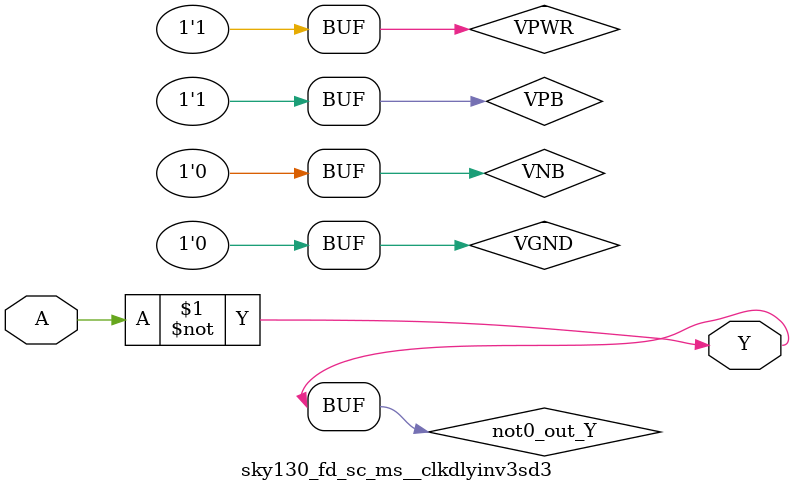
<source format=v>
/*
 * Copyright 2020 The SkyWater PDK Authors
 *
 * Licensed under the Apache License, Version 2.0 (the "License");
 * you may not use this file except in compliance with the License.
 * You may obtain a copy of the License at
 *
 *     https://www.apache.org/licenses/LICENSE-2.0
 *
 * Unless required by applicable law or agreed to in writing, software
 * distributed under the License is distributed on an "AS IS" BASIS,
 * WITHOUT WARRANTIES OR CONDITIONS OF ANY KIND, either express or implied.
 * See the License for the specific language governing permissions and
 * limitations under the License.
 *
 * SPDX-License-Identifier: Apache-2.0
*/


`ifndef SKY130_FD_SC_MS__CLKDLYINV3SD3_TIMING_V
`define SKY130_FD_SC_MS__CLKDLYINV3SD3_TIMING_V

/**
 * clkdlyinv3sd3: Clock Delay Inverter 3-stage 0.50um length inner
 *                stage gate.
 *
 * Verilog simulation timing model.
 */

`timescale 1ns / 1ps
`default_nettype none

`celldefine
module sky130_fd_sc_ms__clkdlyinv3sd3 (
    Y,
    A
);

    // Module ports
    output Y;
    input  A;

    // Module supplies
    supply1 VPWR;
    supply0 VGND;
    supply1 VPB ;
    supply0 VNB ;

    // Local signals
    wire not0_out_Y;

    //  Name  Output      Other arguments
    not not0 (not0_out_Y, A              );
    buf buf0 (Y         , not0_out_Y     );

endmodule
`endcelldefine

`default_nettype wire
`endif  // SKY130_FD_SC_MS__CLKDLYINV3SD3_TIMING_V

</source>
